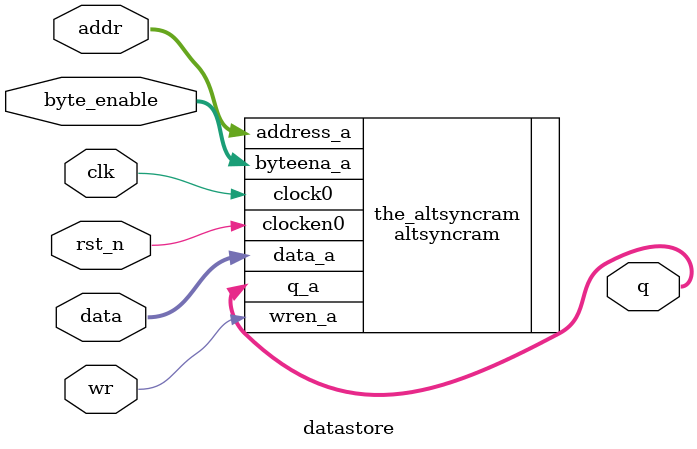
<source format=v>
module datastore(
  addr,
  data,
  byte_enable,
  wr,
  clk,
  rst_n,
  q
);

parameter addr_width = 0;

input  wire [addr_width - 1:0] addr;
input  wire [31:0]             data;
input  wire [3:0]              byte_enable;
input  wire                    wr;
input  wire                    clk;
input  wire                    rst_n;

output wire [31:0]             q;

altsyncram
  #(
    .byte_size(8),
    .widthad_a(addr_width),
    .width_a(32),
    .width_byteena_a(4),
    .lpm_type("altsyncram"),
    .operation_mode("SINGLE_PORT"),
    .outdata_reg_a("UNREGISTERED"),
    .ram_block_type("AUTO"),
    .read_during_write_mode_mixed_ports("DONT_CARE")
  )
  the_altsyncram (
    .address_a (addr),
    .data_a (data),
    .byteena_a (byte_enable),
    .q_a (q),
    .wren_a (wr),
    .clock0 (clk),
    .clocken0 (rst_n)
);

endmodule

</source>
